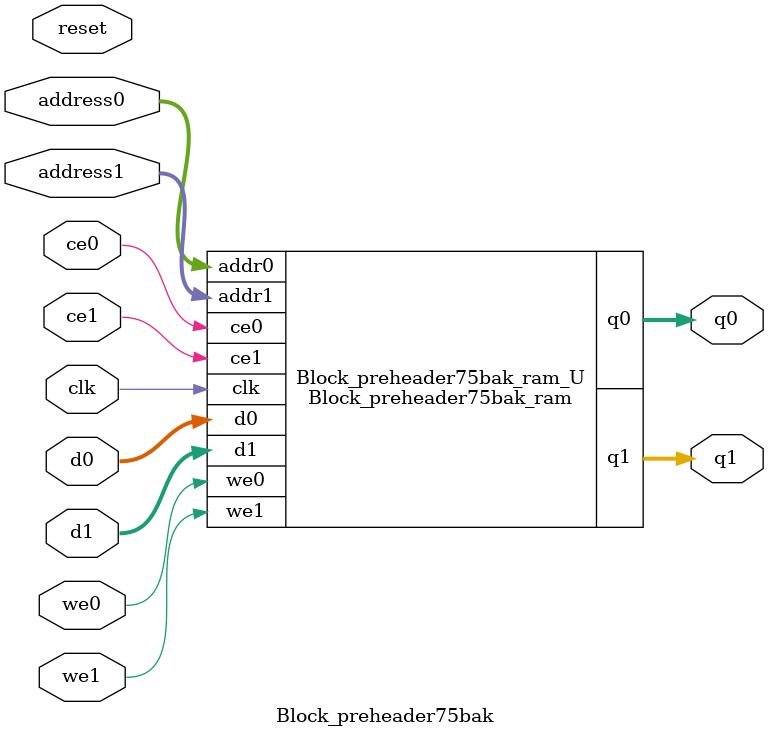
<source format=v>
`timescale 1 ns / 1 ps
module Block_preheader75bak_ram (addr0, ce0, d0, we0, q0, addr1, ce1, d1, we1, q1,  clk);

parameter DWIDTH = 5;
parameter AWIDTH = 13;
parameter MEM_SIZE = 7872;

input[AWIDTH-1:0] addr0;
input ce0;
input[DWIDTH-1:0] d0;
input we0;
output reg[DWIDTH-1:0] q0;
input[AWIDTH-1:0] addr1;
input ce1;
input[DWIDTH-1:0] d1;
input we1;
output reg[DWIDTH-1:0] q1;
input clk;

(* ram_style = "block" *)reg [DWIDTH-1:0] ram[0:MEM_SIZE-1];




always @(posedge clk)  
begin 
    if (ce0) begin
        if (we0) 
            ram[addr0] <= d0; 
        q0 <= ram[addr0];
    end
end


always @(posedge clk)  
begin 
    if (ce1) begin
        if (we1) 
            ram[addr1] <= d1; 
        q1 <= ram[addr1];
    end
end


endmodule

`timescale 1 ns / 1 ps
module Block_preheader75bak(
    reset,
    clk,
    address0,
    ce0,
    we0,
    d0,
    q0,
    address1,
    ce1,
    we1,
    d1,
    q1);

parameter DataWidth = 32'd5;
parameter AddressRange = 32'd7872;
parameter AddressWidth = 32'd13;
input reset;
input clk;
input[AddressWidth - 1:0] address0;
input ce0;
input we0;
input[DataWidth - 1:0] d0;
output[DataWidth - 1:0] q0;
input[AddressWidth - 1:0] address1;
input ce1;
input we1;
input[DataWidth - 1:0] d1;
output[DataWidth - 1:0] q1;



Block_preheader75bak_ram Block_preheader75bak_ram_U(
    .clk( clk ),
    .addr0( address0 ),
    .ce0( ce0 ),
    .we0( we0 ),
    .d0( d0 ),
    .q0( q0 ),
    .addr1( address1 ),
    .ce1( ce1 ),
    .we1( we1 ),
    .d1( d1 ),
    .q1( q1 ));

endmodule


</source>
